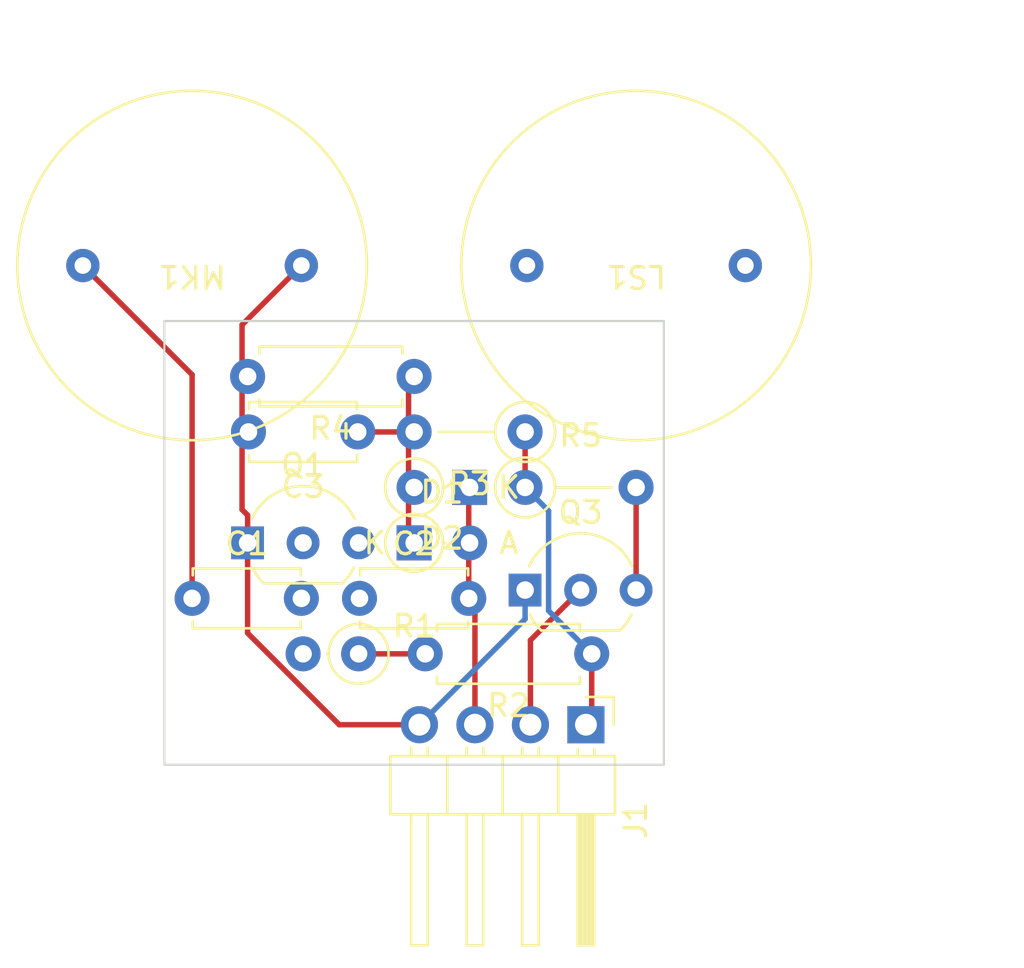
<source format=kicad_pcb>
(kicad_pcb (version 20211014) (generator pcbnew)
  (layers (0 "F.Cu" signal) (31 "B.Cu" signal) (34 "B.Paste" user) (35 "F.Paste" user) (36 "B.SilkS" user "B.Silkscreen") (37 "F.SilkS" user "F.Silkscreen") (38 "B.Mask" user) (39 "F.Mask" user) (44 "Edge.Cuts" user))
  (net 0 "")
  (net 1 "/Vin")
  (net 2 "Net-(C1-Pad2)")
  (net 3 "GND")
  (net 4 "+5V")
  (net 5 "Net-(C2-Pad1)")
  (net 6 "Net-(LS1-Pad1)")
  (net 7 "/RX")
  (net 8 "Net-(C3-Pad1)")
  (net 9 "/TX")
  (footprint "Capacitor_THT:C_Disc_D4.7mm_W2.5mm_P5.00mm" (layer "F.Cu") (at 119.34 96.52 180)
    (fp_text reference "C3" (at 2.5 -2.5) (layer "F.SilkS"))
    (fp_text value "10n")
    (fp_line (start 0.03 -1.37) (end 0.03 -1.055) (layer "F.SilkS") (width 0.12))
    (fp_line (start 4.97 -1.37) (end 4.97 -1.055) (layer "F.SilkS") (width 0.12))
    (fp_line (start 0.03 1.37) (end 4.97 1.37) (layer "F.SilkS") (width 0.12))
    (fp_line (start 4.97 1.055) (end 4.97 1.37) (layer "F.SilkS") (width 0.12))
    (fp_line (start 0.03 1.055) (end 0.03 1.37) (layer "F.SilkS") (width 0.12))
    (fp_line (start 0.03 -1.37) (end 4.97 -1.37) (layer "F.SilkS") (width 0.12))
    (pad "1" thru_hole circle (at 0 0 180) (size 1.6 1.6) (drill 0.8) (layers *.Cu *.Mask) (net 8 "Net-(C3-Pad1)"))
    (pad "2" thru_hole circle (at 5 0 180) (size 1.6 1.6) (drill 0.8) (layers *.Cu *.Mask) (net 3 "GND"))
  )
  (footprint "Diode_THT:D_DO-35_SOD27_P2.54mm_Vertical_KathodeUp" (layer "F.Cu") (at 124.46 99.06 180)
    (fp_text reference "D2" (at 1.27 -2.326371) (layer "F.SilkS"))
    (fp_text value "1N4148")
    (fp_text user "K" (at -1.8 0) (layer "F.SilkS"))
    (fp_line (start 1.213629 0) (end 1.1 0) (layer "F.SilkS") (width 0.12))
    (fp_circle (center 2.54 0) (end 3.866371 0) (layer "F.SilkS") (width 0.12) (fill none))
    (pad "1" thru_hole rect (at 0 0 180) (size 1.6 1.6) (drill 0.8) (layers *.Cu *.Mask) (net 7 "/RX"))
    (pad "2" thru_hole oval (at 2.54 0 180) (size 1.6 1.6) (drill 0.8) (layers *.Cu *.Mask) (net 8 "Net-(C3-Pad1)"))
  )
  (footprint "Resistor_THT:R_Axial_DIN0207_L6.3mm_D2.5mm_P7.62mm_Horizontal" (layer "F.Cu") (at 130.048 106.68 180)
    (fp_text reference "R2" (at 3.81 -2.37) (layer "F.SilkS"))
    (fp_text value "100k")
    (fp_line (start 7.08 -1.37) (end 7.08 -1.04) (layer "F.SilkS") (width 0.12))
    (fp_line (start 7.08 1.37) (end 7.08 1.04) (layer "F.SilkS") (width 0.12))
    (fp_line (start 0.54 1.37) (end 7.08 1.37) (layer "F.SilkS") (width 0.12))
    (fp_line (start 0.54 -1.37) (end 7.08 -1.37) (layer "F.SilkS") (width 0.12))
    (fp_line (start 0.54 -1.04) (end 0.54 -1.37) (layer "F.SilkS") (width 0.12))
    (fp_line (start 0.54 1.04) (end 0.54 1.37) (layer "F.SilkS") (width 0.12))
    (pad "1" thru_hole circle (at 0 0 180) (size 1.6 1.6) (drill 0.8) (layers *.Cu *.Mask) (net 4 "+5V"))
    (pad "2" thru_hole oval (at 7.62 0 180) (size 1.6 1.6) (drill 0.8) (layers *.Cu *.Mask) (net 5 "Net-(C2-Pad1)"))
  )
  (footprint "Resistor_THT:R_Axial_DIN0207_L6.3mm_D2.5mm_P5.08mm_Vertical" (layer "F.Cu") (at 127 96.52 180)
    (fp_text reference "R3" (at 2.54 -2.37 180) (layer "F.SilkS"))
    (fp_text value "1M")
    (fp_line (start 1.37 0) (end 3.98 0) (layer "F.SilkS") (width 0.12))
    (fp_circle (center 0 0) (end 1.37 0) (layer "F.SilkS") (width 0.12) (fill none))
    (pad "1" thru_hole circle (at 0 0 180) (size 1.6 1.6) (drill 0.8) (layers *.Cu *.Mask) (net 4 "+5V"))
    (pad "2" thru_hole oval (at 5.08 0 180) (size 1.6 1.6) (drill 0.8) (layers *.Cu *.Mask) (net 8 "Net-(C3-Pad1)"))
  )
  (footprint "Package_TO_SOT_THT:TO-92_Inline_Wide" (layer "F.Cu") (at 114.3 101.6)
    (fp_text reference "Q1" (at 2.54 -3.56) (layer "F.SilkS"))
    (fp_text value "2N4401")
    (fp_line (start 0.74 1.85) (end 4.34 1.85) (layer "F.SilkS") (width 0.12))
    (fp_arc (start 0.1836 -1.098807) (mid 1.143021 -2.192817) (end 2.54 -2.6) (layer "F.SilkS") (width 0.12))
    (fp_arc (start 2.54 -2.6) (mid 3.936979 -2.192818) (end 4.8964 -1.098807) (layer "F.SilkS") (width 0.12))
    (fp_arc (start 4.864184 1.122795) (mid 4.633903 1.509328) (end 4.34 1.85) (layer "F.SilkS") (width 0.12))
    (fp_arc (start 0.74 1.85) (mid 0.446097 1.509328) (end 0.215816 1.122795) (layer "F.SilkS") (width 0.12))
    (pad "1" thru_hole rect (at 0 0) (size 1.5 1.5) (drill 0.8) (layers *.Cu *.Mask) (net 3 "GND"))
    (pad "2" thru_hole circle (at 2.54 0) (size 1.5 1.5) (drill 0.8) (layers *.Cu *.Mask) (net 2 "Net-(C1-Pad2)"))
    (pad "3" thru_hole circle (at 5.08 0) (size 1.5 1.5) (drill 0.8) (layers *.Cu *.Mask) (net 5 "Net-(C2-Pad1)"))
  )
  (footprint "Diode_THT:D_DO-35_SOD27_P2.54mm_Vertical_AnodeUp" (layer "F.Cu") (at 121.92 101.6)
    (fp_text reference "D1" (at 1.27 -2.326371) (layer "F.SilkS"))
    (fp_text value "1N4148")
    (fp_text user "A" (at 4.34 0) (layer "F.SilkS"))
    (fp_text user "K" (at -1.8 0) (layer "F.SilkS"))
    (fp_line (start 1.326371 0) (end 1.44 0) (layer "F.SilkS") (width 0.12))
    (fp_circle (center 0 0) (end 1.326371 0) (layer "F.SilkS") (width 0.12) (fill none))
    (pad "1" thru_hole rect (at 0 0) (size 1.6 1.6) (drill 0.8) (layers *.Cu *.Mask) (net 8 "Net-(C3-Pad1)"))
    (pad "2" thru_hole oval (at 2.54 0) (size 1.6 1.6) (drill 0.8) (layers *.Cu *.Mask) (net 7 "/RX"))
  )
  (footprint "Package_TO_SOT_THT:TO-92_Inline_Wide" (layer "F.Cu") (at 127 103.759)
    (fp_text reference "Q3" (at 2.54 -3.56) (layer "F.SilkS"))
    (fp_text value "2N7000")
    (fp_line (start 0.74 1.85) (end 4.34 1.85) (layer "F.SilkS") (width 0.12))
    (fp_arc (start 4.864184 1.122795) (mid 4.633903 1.509328) (end 4.34 1.85) (layer "F.SilkS") (width 0.12))
    (fp_arc (start 2.54 -2.6) (mid 3.936979 -2.192818) (end 4.8964 -1.098807) (layer "F.SilkS") (width 0.12))
    (fp_arc (start 0.1836 -1.098807) (mid 1.143021 -2.192817) (end 2.54 -2.6) (layer "F.SilkS") (width 0.12))
    (fp_arc (start 0.74 1.85) (mid 0.446097 1.509328) (end 0.215816 1.122795) (layer "F.SilkS") (width 0.12))
    (pad "1" thru_hole rect (at 0 0) (size 1.5 1.5) (drill 0.8) (layers *.Cu *.Mask) (net 3 "GND"))
    (pad "2" thru_hole circle (at 2.54 0) (size 1.5 1.5) (drill 0.8) (layers *.Cu *.Mask) (net 9 "/TX"))
    (pad "3" thru_hole circle (at 5.08 0) (size 1.5 1.5) (drill 0.8) (layers *.Cu *.Mask) (net 6 "Net-(LS1-Pad1)"))
  )
  (footprint "Resistor_THT:R_Axial_DIN0207_L6.3mm_D2.5mm_P5.08mm_Vertical" (layer "F.Cu") (at 127 99.06)
    (fp_text reference "R5" (at 2.54 -2.37) (layer "F.SilkS"))
    (fp_text value "100")
    (fp_line (start 1.37 0) (end 3.98 0) (layer "F.SilkS") (width 0.12))
    (fp_circle (center 0 0) (end 1.37 0) (layer "F.SilkS") (width 0.12) (fill none))
    (pad "1" thru_hole circle (at 0 0) (size 1.6 1.6) (drill 0.8) (layers *.Cu *.Mask) (net 4 "+5V"))
    (pad "2" thru_hole oval (at 5.08 0) (size 1.6 1.6) (drill 0.8) (layers *.Cu *.Mask) (net 6 "Net-(LS1-Pad1)"))
  )
  (footprint "Resistor_THT:R_Axial_DIN0207_L6.3mm_D2.5mm_P2.54mm_Vertical" (layer "F.Cu") (at 119.38 106.68 180)
    (fp_text reference "R1" (at -2.54 1.27) (layer "F.SilkS"))
    (fp_text value "100k")
    (fp_line (start 1.37 0) (end 1.44 0) (layer "F.SilkS") (width 0.12))
    (fp_circle (center 0 0) (end 1.37 0) (layer "F.SilkS") (width 0.12) (fill none))
    (pad "1" thru_hole circle (at 0 0 180) (size 1.6 1.6) (drill 0.8) (layers *.Cu *.Mask) (net 5 "Net-(C2-Pad1)"))
    (pad "2" thru_hole oval (at 2.54 0 180) (size 1.6 1.6) (drill 0.8) (layers *.Cu *.Mask) (net 2 "Net-(C1-Pad2)"))
  )
  (footprint "esp_sonar:crystal_speaker" (layer "F.Cu") (at 111.76 88.9 180)
    (fp_text reference "MK1" (at 0 -0.5 180 unlocked) (layer "F.SilkS"))
    (fp_text value "Microphone_Ultrasound")
    (fp_circle (center 0 0) (end 8 0) (layer "F.SilkS") (width 0.12) (fill none))
    (pad "1" thru_hole circle (at -5 0 180) (size 1.524 1.524) (drill 0.762) (layers *.Cu *.Mask) (net 3 "GND"))
    (pad "2" thru_hole circle (at 5 0 180) (size 1.524 1.524) (drill 0.762) (layers *.Cu *.Mask) (net 1 "/Vin"))
  )
  (footprint "esp_sonar:crystal_speaker" (layer "F.Cu") (at 132.08 88.9 180)
    (fp_text reference "LS1" (at 0 -0.5 180 unlocked) (layer "F.SilkS"))
    (fp_text value "Speaker_Ultrasound")
    (fp_circle (center 0 0) (end 8 0) (layer "F.SilkS") (width 0.12) (fill none))
    (pad "1" thru_hole circle (at -5 0 180) (size 1.524 1.524) (drill 0.762) (layers *.Cu *.Mask) (net 6 "Net-(LS1-Pad1)"))
    (pad "2" thru_hole circle (at 5 0 180) (size 1.524 1.524) (drill 0.762) (layers *.Cu *.Mask) (net 9 "/TX"))
  )
  (footprint "Connector_PinHeader_2.54mm:PinHeader_1x04_P2.54mm_Horizontal" (layer "F.Cu") (at 129.784 109.925 -90)
    (fp_text reference "J1" (at 4.385 -2.27 90) (layer "F.SilkS"))
    (fp_text value "Conn_01x04_Male")
    (fp_line (start 1.042929 2.92) (end 1.44 2.92) (layer "F.SilkS") (width 0.12))
    (fp_line (start -1.27 -1.27) (end 0 -1.27) (layer "F.SilkS") (width 0.12))
    (fp_line (start 4.1 -0.38) (end 10.1 -0.38) (layer "F.SilkS") (width 0.12))
    (fp_line (start 10.1 2.92) (end 4.1 2.92) (layer "F.SilkS") (width 0.12))
    (fp_line (start 1.11 0.38) (end 1.44 0.38) (layer "F.SilkS") (width 0.12))
    (fp_line (start 1.042929 2.16) (end 1.44 2.16) (layer "F.SilkS") (width 0.12))
    (fp_line (start 4.1 7.24) (end 10.1 7.24) (layer "F.SilkS") (width 0.12))
    (fp_line (start 1.44 -1.33) (end 1.44 8.95) (layer "F.SilkS") (width 0.12))
    (fp_line (start 4.1 -0.2) (end 10.1 -0.2) (layer "F.SilkS") (width 0.12))
    (fp_line (start 1.042929 4.7) (end 1.44 4.7) (layer "F.SilkS") (width 0.12))
    (fp_line (start 10.1 4.7) (end 10.1 5.46) (layer "F.SilkS") (width 0.12))
    (fp_line (start 1.11 -0.38) (end 1.44 -0.38) (layer "F.SilkS") (width 0.12))
    (fp_line (start 4.1 0.28) (end 10.1 0.28) (layer "F.SilkS") (width 0.12))
    (fp_line (start 10.1 8) (end 4.1 8) (layer "F.SilkS") (width 0.12))
    (fp_line (start 10.1 0.38) (end 4.1 0.38) (layer "F.SilkS") (width 0.12))
    (fp_line (start 4.1 8.95) (end 4.1 -1.33) (layer "F.SilkS") (width 0.12))
    (fp_line (start 4.1 -1.33) (end 1.44 -1.33) (layer "F.SilkS") (width 0.12))
    (fp_line (start 4.1 -0.08) (end 10.1 -0.08) (layer "F.SilkS") (width 0.12))
    (fp_line (start 4.1 4.7) (end 10.1 4.7) (layer "F.SilkS") (width 0.12))
    (fp_line (start 1.44 8.95) (end 4.1 8.95) (layer "F.SilkS") (width 0.12))
    (fp_line (start 4.1 0.04) (end 10.1 0.04) (layer "F.SilkS") (width 0.12))
    (fp_line (start 4.1 -0.32) (end 10.1 -0.32) (layer "F.SilkS") (width 0.12))
    (fp_line (start 4.1 2.16) (end 10.1 2.16) (layer "F.SilkS") (width 0.12))
    (fp_line (start 1.042929 7.24) (end 1.44 7.24) (layer "F.SilkS") (width 0.12))
    (fp_line (start 10.1 5.46) (end 4.1 5.46) (layer "F.SilkS") (width 0.12))
    (fp_line (start 1.44 1.27) (end 4.1 1.27) (layer "F.SilkS") (width 0.12))
    (fp_line (start 4.1 0.16) (end 10.1 0.16) (layer "F.SilkS") (width 0.12))
    (fp_line (start 10.1 2.16) (end 10.1 2.92) (layer "F.SilkS") (width 0.12))
    (fp_line (start 10.1 7.24) (end 10.1 8) (layer "F.SilkS") (width 0.12))
    (fp_line (start -1.27 0) (end -1.27 -1.27) (layer "F.SilkS") (width 0.12))
    (fp_line (start 1.44 6.35) (end 4.1 6.35) (layer "F.SilkS") (width 0.12))
    (fp_line (start 1.042929 8) (end 1.44 8) (layer "F.SilkS") (width 0.12))
    (fp_line (start 1.042929 5.46) (end 1.44 5.46) (layer "F.SilkS") (width 0.12))
    (fp_line (start 10.1 -0.38) (end 10.1 0.38) (layer "F.SilkS") (width 0.12))
    (fp_line (start 1.44 3.81) (end 4.1 3.81) (layer "F.SilkS") (width 0.12))
    (pad "1" thru_hole rect (at 0 0 270) (size 1.7 1.7) (drill 1) (layers *.Cu *.Mask) (net 4 "+5V"))
    (pad "2" thru_hole oval (at 0 2.54 270) (size 1.7 1.7) (drill 1) (layers *.Cu *.Mask) (net 9 "/TX"))
    (pad "3" thru_hole oval (at 0 5.08 270) (size 1.7 1.7) (drill 1) (layers *.Cu *.Mask) (net 7 "/RX"))
    (pad "4" thru_hole oval (at 0 7.62 270) (size 1.7 1.7) (drill 1) (layers *.Cu *.Mask) (net 3 "GND"))
  )
  (footprint "Resistor_THT:R_Axial_DIN0207_L6.3mm_D2.5mm_P7.62mm_Horizontal" (layer "F.Cu") (at 121.92 93.98 180)
    (fp_text reference "R4" (at 3.81 -2.37) (layer "F.SilkS"))
    (fp_text value "100k")
    (fp_line (start 7.08 1.37) (end 7.08 1.04) (layer "F.SilkS") (width 0.12))
    (fp_line (start 0.54 1.04) (end 0.54 1.37) (layer "F.SilkS") (width 0.12))
    (fp_line (start 0.54 1.37) (end 7.08 1.37) (layer "F.SilkS") (width 0.12))
    (fp_line (start 7.08 -1.37) (end 7.08 -1.04) (layer "F.SilkS") (width 0.12))
    (fp_line (start 0.54 -1.37) (end 7.08 -1.37) (layer "F.SilkS") (width 0.12))
    (fp_line (start 0.54 -1.04) (end 0.54 -1.37) (layer "F.SilkS") (width 0.12))
    (pad "1" thru_hole circle (at 0 0 180) (size 1.6 1.6) (drill 0.8) (layers *.Cu *.Mask) (net 8 "Net-(C3-Pad1)"))
    (pad "2" thru_hole oval (at 7.62 0 180) (size 1.6 1.6) (drill 0.8) (layers *.Cu *.Mask) (net 3 "GND"))
  )
  (footprint "Capacitor_THT:C_Disc_D4.7mm_W2.5mm_P5.00mm" (layer "F.Cu") (at 111.76 104.14)
    (fp_text reference "C1" (at 2.5 -2.5) (layer "F.SilkS"))
    (fp_text value "10n")
    (fp_line (start 0.03 1.37) (end 4.97 1.37) (layer "F.SilkS") (width 0.12))
    (fp_line (start 4.97 -1.37) (end 4.97 -1.055) (layer "F.SilkS") (width 0.12))
    (fp_line (start 0.03 1.055) (end 0.03 1.37) (layer "F.SilkS") (width 0.12))
    (fp_line (start 0.03 -1.37) (end 0.03 -1.055) (layer "F.SilkS") (width 0.12))
    (fp_line (start 4.97 1.055) (end 4.97 1.37) (layer "F.SilkS") (width 0.12))
    (fp_line (start 0.03 -1.37) (end 4.97 -1.37) (layer "F.SilkS") (width 0.12))
    (pad "1" thru_hole circle (at 0 0) (size 1.6 1.6) (drill 0.8) (layers *.Cu *.Mask) (net 1 "/Vin"))
    (pad "2" thru_hole circle (at 5 0) (size 1.6 1.6) (drill 0.8) (layers *.Cu *.Mask) (net 2 "Net-(C1-Pad2)"))
  )
  (footprint "Capacitor_THT:C_Disc_D4.7mm_W2.5mm_P5.00mm" (layer "F.Cu") (at 119.42 104.14)
    (fp_text reference "C2" (at 2.5 -2.5) (layer "F.SilkS"))
    (fp_text value "10n")
    (fp_line (start 0.03 -1.37) (end 0.03 -1.055) (layer "F.SilkS") (width 0.12))
    (fp_line (start 0.03 -1.37) (end 4.97 -1.37) (layer "F.SilkS") (width 0.12))
    (fp_line (start 4.97 1.055) (end 4.97 1.37) (layer "F.SilkS") (width 0.12))
    (fp_line (start 0.03 1.37) (end 4.97 1.37) (layer "F.SilkS") (width 0.12))
    (fp_line (start 4.97 -1.37) (end 4.97 -1.055) (layer "F.SilkS") (width 0.12))
    (fp_line (start 0.03 1.055) (end 0.03 1.37) (layer "F.SilkS") (width 0.12))
    (pad "1" thru_hole circle (at 0 0) (size 1.6 1.6) (drill 0.8) (layers *.Cu *.Mask) (net 5 "Net-(C2-Pad1)"))
    (pad "2" thru_hole circle (at 5 0) (size 1.6 1.6) (drill 0.8) (layers *.Cu *.Mask) (net 7 "/RX"))
  )
  (gr_rect (start 110.49 91.44) (end 133.35 111.76) (layer "Edge.Cuts") (width 0.1) (fill none))
  (segment (start 111.76 104.14) (end 111.76 93.9) (width 0.25) (layer "F.Cu") (net 1))
  (segment (start 111.76 93.9) (end 106.76 88.9) (width 0.25) (layer "F.Cu") (net 1))
  (segment (start 114.046 100.076) (end 114.046 91.614) (width 0.25) (layer "F.Cu") (net 3))
  (segment (start 114.046 100.076) (end 114.3 100.33) (width 0.25) (layer "F.Cu") (net 3))
  (segment (start 114.3 105.7303) (end 114.3 100.33) (width 0.25) (layer "F.Cu") (net 3))
  (segment (start 122.164 109.925) (end 118.4947 109.925) (width 0.25) (layer "F.Cu") (net 3))
  (segment (start 118.4947 109.925) (end 114.3 105.7303) (width 0.25) (layer "F.Cu") (net 3))
  (segment (start 114.046 91.614) (end 116.76 88.9) (width 0.25) (layer "F.Cu") (net 3))
  (segment (start 122.164 109.925) (end 127 105.089) (width 0.25) (layer "B.Cu") (net 3))
  (segment (start 127 105.089) (end 127 103.759) (width 0.25) (layer "B.Cu") (net 3))
  (segment (start 127 96.52) (end 127 99.06) (width 0.25) (layer "F.Cu") (net 4))
  (segment (start 130.048 109.661) (end 129.784 109.925) (width 0.25) (layer "F.Cu") (net 4))
  (segment (start 130.048 106.68) (end 130.048 109.661) (width 0.25) (layer "F.Cu") (net 4))
  (segment (start 127 99.06) (end 128.074511 100.134511) (width 0.25) (layer "B.Cu") (net 4))
  (segment (start 128.074511 100.134511) (end 128.074511 104.706511) (width 0.25) (layer "B.Cu") (net 4))
  (segment (start 128.074511 104.706511) (end 130.048 106.68) (width 0.25) (layer "B.Cu") (net 4))
  (segment (start 122.428 106.68) (end 119.38 106.68) (width 0.25) (layer "F.Cu") (net 5))
  (segment (start 132.08 99.06) (end 132.08 103.759) (width 0.25) (layer "F.Cu") (net 6))
  (segment (start 124.704 104.424) (end 124.42 104.14) (width 0.25) (layer "F.Cu") (net 7))
  (segment (start 124.704 109.925) (end 124.704 104.424) (width 0.25) (layer "F.Cu") (net 7))
  (segment (start 124.42 104.14) (end 124.42 98.921685) (width 0.25) (layer "F.Cu") (net 7))
  (segment (start 121.666 93.98) (end 121.666 100.993686) (width 0.25) (layer "F.Cu") (net 8))
  (segment (start 121.666 100.993686) (end 121.567686 101.092) (width 0.25) (layer "F.Cu") (net 8))
  (segment (start 121.92 96.52) (end 119.34 96.52) (width 0.25) (layer "F.Cu") (net 8))
  (segment (start 127.244 109.925) (end 127.244 106.055) (width 0.25) (layer "F.Cu") (net 9))
  (segment (start 127.244 106.055) (end 129.54 103.759) (width 0.25) (layer "F.Cu") (net 9))
)
</source>
